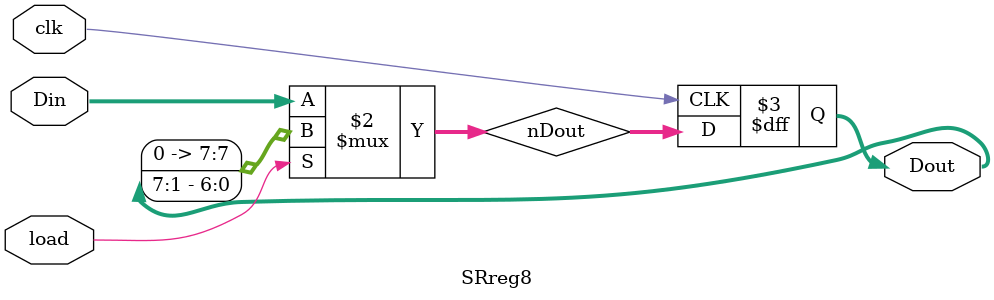
<source format=v>
module SRreg8(Din,load,clk,Dout);
input[7:0] Din;
input load,clk;
output[7:0] Dout;
reg[7:0] Dout;
wire[7:0] nDout;

always @(posedge clk)
   Dout<=nDout;

assign nDout=(load)?{1'b0,Dout[7:1]}:Din;

endmodule
</source>
